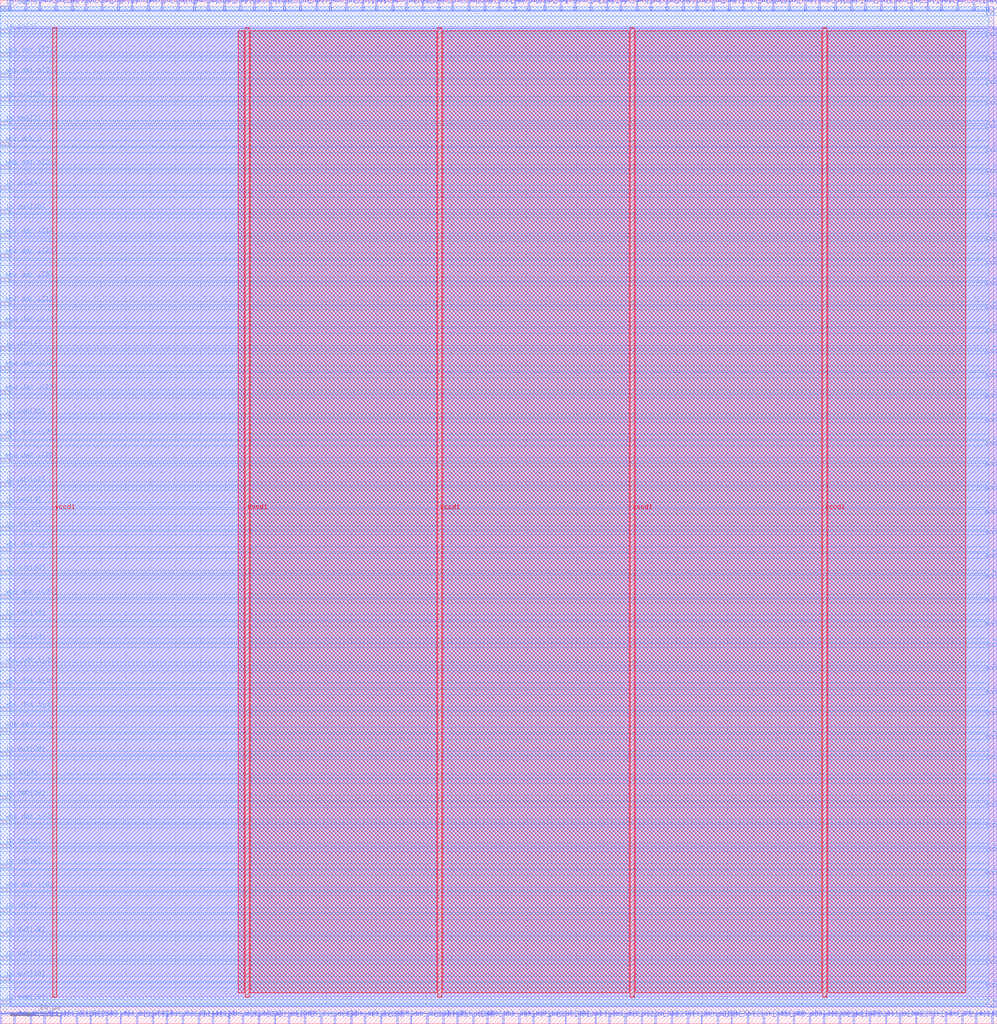
<source format=lef>
VERSION 5.7 ;
  NOWIREEXTENSIONATPIN ON ;
  DIVIDERCHAR "/" ;
  BUSBITCHARS "[]" ;
MACRO wrapped_spraid
  CLASS BLOCK ;
  FOREIGN wrapped_spraid ;
  ORIGIN 0.000 0.000 ;
  SIZE 397.755 BY 408.475 ;
  PIN active
    DIRECTION INPUT ;
    USE SIGNAL ;
    PORT
      LAYER met2 ;
        RECT 52.390 404.475 52.950 408.475 ;
    END
  END active
  PIN io_in[0]
    DIRECTION INPUT ;
    USE SIGNAL ;
    PORT
      LAYER met3 ;
        RECT 393.755 69.100 397.755 70.300 ;
    END
  END io_in[0]
  PIN io_in[10]
    DIRECTION INPUT ;
    USE SIGNAL ;
    PORT
      LAYER met2 ;
        RECT 255.710 0.000 256.270 4.000 ;
    END
  END io_in[10]
  PIN io_in[11]
    DIRECTION INPUT ;
    USE SIGNAL ;
    PORT
      LAYER met2 ;
        RECT 267.670 0.000 268.230 4.000 ;
    END
  END io_in[11]
  PIN io_in[12]
    DIRECTION INPUT ;
    USE SIGNAL ;
    PORT
      LAYER met2 ;
        RECT 79.070 0.000 79.630 4.000 ;
    END
  END io_in[12]
  PIN io_in[13]
    DIRECTION INPUT ;
    USE SIGNAL ;
    PORT
      LAYER met2 ;
        RECT 395.550 0.000 396.110 4.000 ;
    END
  END io_in[13]
  PIN io_in[14]
    DIRECTION INPUT ;
    USE SIGNAL ;
    PORT
      LAYER met2 ;
        RECT 383.590 0.000 384.150 4.000 ;
    END
  END io_in[14]
  PIN io_in[15]
    DIRECTION INPUT ;
    USE SIGNAL ;
    PORT
      LAYER met2 ;
        RECT 127.830 0.000 128.390 4.000 ;
    END
  END io_in[15]
  PIN io_in[16]
    DIRECTION INPUT ;
    USE SIGNAL ;
    PORT
      LAYER met3 ;
        RECT 0.000 70.460 4.000 71.660 ;
    END
  END io_in[16]
  PIN io_in[17]
    DIRECTION INPUT ;
    USE SIGNAL ;
    PORT
      LAYER met3 ;
        RECT 393.755 168.380 397.755 169.580 ;
    END
  END io_in[17]
  PIN io_in[18]
    DIRECTION INPUT ;
    USE SIGNAL ;
    PORT
      LAYER met3 ;
        RECT 393.755 105.820 397.755 107.020 ;
    END
  END io_in[18]
  PIN io_in[19]
    DIRECTION INPUT ;
    USE SIGNAL ;
    PORT
      LAYER met2 ;
        RECT 279.630 0.000 280.190 4.000 ;
    END
  END io_in[19]
  PIN io_in[1]
    DIRECTION INPUT ;
    USE SIGNAL ;
    PORT
      LAYER met2 ;
        RECT 161.870 404.475 162.430 408.475 ;
    END
  END io_in[1]
  PIN io_in[20]
    DIRECTION INPUT ;
    USE SIGNAL ;
    PORT
      LAYER met2 ;
        RECT 353.230 0.000 353.790 4.000 ;
    END
  END io_in[20]
  PIN io_in[21]
    DIRECTION INPUT ;
    USE SIGNAL ;
    PORT
      LAYER met3 ;
        RECT 393.755 275.820 397.755 277.020 ;
    END
  END io_in[21]
  PIN io_in[22]
    DIRECTION INPUT ;
    USE SIGNAL ;
    PORT
      LAYER met2 ;
        RECT 101.150 404.475 101.710 408.475 ;
    END
  END io_in[22]
  PIN io_in[23]
    DIRECTION INPUT ;
    USE SIGNAL ;
    PORT
      LAYER met2 ;
        RECT 344.950 404.475 345.510 408.475 ;
    END
  END io_in[23]
  PIN io_in[24]
    DIRECTION INPUT ;
    USE SIGNAL ;
    PORT
      LAYER met3 ;
        RECT 0.000 332.940 4.000 334.140 ;
    END
  END io_in[24]
  PIN io_in[25]
    DIRECTION INPUT ;
    USE SIGNAL ;
    PORT
      LAYER met2 ;
        RECT 369.790 404.475 370.350 408.475 ;
    END
  END io_in[25]
  PIN io_in[26]
    DIRECTION INPUT ;
    USE SIGNAL ;
    PORT
      LAYER met2 ;
        RECT 217.070 404.475 217.630 408.475 ;
    END
  END io_in[26]
  PIN io_in[27]
    DIRECTION INPUT ;
    USE SIGNAL ;
    PORT
      LAYER met2 ;
        RECT 261.230 0.000 261.790 4.000 ;
    END
  END io_in[27]
  PIN io_in[28]
    DIRECTION INPUT ;
    USE SIGNAL ;
    PORT
      LAYER met3 ;
        RECT 0.000 62.300 4.000 63.500 ;
    END
  END io_in[28]
  PIN io_in[29]
    DIRECTION INPUT ;
    USE SIGNAL ;
    PORT
      LAYER met2 ;
        RECT 225.350 0.000 225.910 4.000 ;
    END
  END io_in[29]
  PIN io_in[2]
    DIRECTION INPUT ;
    USE SIGNAL ;
    PORT
      LAYER met2 ;
        RECT 119.550 404.475 120.110 408.475 ;
    END
  END io_in[2]
  PIN io_in[30]
    DIRECTION INPUT ;
    USE SIGNAL ;
    PORT
      LAYER met2 ;
        RECT 64.350 404.475 64.910 408.475 ;
    END
  END io_in[30]
  PIN io_in[31]
    DIRECTION INPUT ;
    USE SIGNAL ;
    PORT
      LAYER met2 ;
        RECT 144.390 404.475 144.950 408.475 ;
    END
  END io_in[31]
  PIN io_in[32]
    DIRECTION INPUT ;
    USE SIGNAL ;
    PORT
      LAYER met3 ;
        RECT 0.000 196.940 4.000 198.140 ;
    END
  END io_in[32]
  PIN io_in[33]
    DIRECTION INPUT ;
    USE SIGNAL ;
    PORT
      LAYER met2 ;
        RECT 358.750 0.000 359.310 4.000 ;
    END
  END io_in[33]
  PIN io_in[34]
    DIRECTION INPUT ;
    USE SIGNAL ;
    PORT
      LAYER met2 ;
        RECT 182.110 0.000 182.670 4.000 ;
    END
  END io_in[34]
  PIN io_in[35]
    DIRECTION INPUT ;
    USE SIGNAL ;
    PORT
      LAYER met3 ;
        RECT 393.755 86.780 397.755 87.980 ;
    END
  END io_in[35]
  PIN io_in[36]
    DIRECTION INPUT ;
    USE SIGNAL ;
    PORT
      LAYER met2 ;
        RECT 22.030 404.475 22.590 408.475 ;
    END
  END io_in[36]
  PIN io_in[37]
    DIRECTION INPUT ;
    USE SIGNAL ;
    PORT
      LAYER met3 ;
        RECT 393.755 249.980 397.755 251.180 ;
    END
  END io_in[37]
  PIN io_in[3]
    DIRECTION INPUT ;
    USE SIGNAL ;
    PORT
      LAYER met2 ;
        RECT 291.590 0.000 292.150 4.000 ;
    END
  END io_in[3]
  PIN io_in[4]
    DIRECTION INPUT ;
    USE SIGNAL ;
    PORT
      LAYER met3 ;
        RECT 0.000 395.500 4.000 396.700 ;
    END
  END io_in[4]
  PIN io_in[5]
    DIRECTION INPUT ;
    USE SIGNAL ;
    PORT
      LAYER met2 ;
        RECT 114.950 0.000 115.510 4.000 ;
    END
  END io_in[5]
  PIN io_in[6]
    DIRECTION INPUT ;
    USE SIGNAL ;
    PORT
      LAYER met2 ;
        RECT 151.750 0.000 152.310 4.000 ;
    END
  END io_in[6]
  PIN io_in[7]
    DIRECTION INPUT ;
    USE SIGNAL ;
    PORT
      LAYER met2 ;
        RECT 286.070 0.000 286.630 4.000 ;
    END
  END io_in[7]
  PIN io_in[8]
    DIRECTION INPUT ;
    USE SIGNAL ;
    PORT
      LAYER met3 ;
        RECT 0.000 97.660 4.000 98.860 ;
    END
  END io_in[8]
  PIN io_in[9]
    DIRECTION INPUT ;
    USE SIGNAL ;
    PORT
      LAYER met3 ;
        RECT 0.000 44.620 4.000 45.820 ;
    END
  END io_in[9]
  PIN io_oeb[0]
    DIRECTION OUTPUT TRISTATE ;
    USE SIGNAL ;
    PORT
      LAYER met2 ;
        RECT 230.870 0.000 231.430 4.000 ;
    END
  END io_oeb[0]
  PIN io_oeb[10]
    DIRECTION OUTPUT TRISTATE ;
    USE SIGNAL ;
    PORT
      LAYER met2 ;
        RECT 302.630 404.475 303.190 408.475 ;
    END
  END io_oeb[10]
  PIN io_oeb[11]
    DIRECTION OUTPUT TRISTATE ;
    USE SIGNAL ;
    PORT
      LAYER met2 ;
        RECT 304.470 0.000 305.030 4.000 ;
    END
  END io_oeb[11]
  PIN io_oeb[12]
    DIRECTION OUTPUT TRISTATE ;
    USE SIGNAL ;
    PORT
      LAYER met2 ;
        RECT 314.590 404.475 315.150 408.475 ;
    END
  END io_oeb[12]
  PIN io_oeb[13]
    DIRECTION OUTPUT TRISTATE ;
    USE SIGNAL ;
    PORT
      LAYER met3 ;
        RECT 393.755 213.260 397.755 214.460 ;
    END
  END io_oeb[13]
  PIN io_oeb[14]
    DIRECTION OUTPUT TRISTATE ;
    USE SIGNAL ;
    PORT
      LAYER met3 ;
        RECT 393.755 312.540 397.755 313.740 ;
    END
  END io_oeb[14]
  PIN io_oeb[15]
    DIRECTION OUTPUT TRISTATE ;
    USE SIGNAL ;
    PORT
      LAYER met3 ;
        RECT 393.755 203.740 397.755 204.940 ;
    END
  END io_oeb[15]
  PIN io_oeb[16]
    DIRECTION OUTPUT TRISTATE ;
    USE SIGNAL ;
    PORT
      LAYER met3 ;
        RECT 0.000 161.580 4.000 162.780 ;
    END
  END io_oeb[16]
  PIN io_oeb[17]
    DIRECTION OUTPUT TRISTATE ;
    USE SIGNAL ;
    PORT
      LAYER met2 ;
        RECT 170.150 0.000 170.710 4.000 ;
    END
  END io_oeb[17]
  PIN io_oeb[18]
    DIRECTION OUTPUT TRISTATE ;
    USE SIGNAL ;
    PORT
      LAYER met2 ;
        RECT 363.350 404.475 363.910 408.475 ;
    END
  END io_oeb[18]
  PIN io_oeb[19]
    DIRECTION OUTPUT TRISTATE ;
    USE SIGNAL ;
    PORT
      LAYER met3 ;
        RECT 0.000 89.500 4.000 90.700 ;
    END
  END io_oeb[19]
  PIN io_oeb[1]
    DIRECTION OUTPUT TRISTATE ;
    USE SIGNAL ;
    PORT
      LAYER met2 ;
        RECT 365.190 0.000 365.750 4.000 ;
    END
  END io_oeb[1]
  PIN io_oeb[20]
    DIRECTION OUTPUT TRISTATE ;
    USE SIGNAL ;
    PORT
      LAYER met3 ;
        RECT 0.000 7.900 4.000 9.100 ;
    END
  END io_oeb[20]
  PIN io_oeb[21]
    DIRECTION OUTPUT TRISTATE ;
    USE SIGNAL ;
    PORT
      LAYER met2 ;
        RECT 96.550 0.000 97.110 4.000 ;
    END
  END io_oeb[21]
  PIN io_oeb[22]
    DIRECTION OUTPUT TRISTATE ;
    USE SIGNAL ;
    PORT
      LAYER met3 ;
        RECT 393.755 366.940 397.755 368.140 ;
    END
  END io_oeb[22]
  PIN io_oeb[23]
    DIRECTION OUTPUT TRISTATE ;
    USE SIGNAL ;
    PORT
      LAYER met2 ;
        RECT 332.990 404.475 333.550 408.475 ;
    END
  END io_oeb[23]
  PIN io_oeb[24]
    DIRECTION OUTPUT TRISTATE ;
    USE SIGNAL ;
    PORT
      LAYER met2 ;
        RECT 30.310 0.000 30.870 4.000 ;
    END
  END io_oeb[24]
  PIN io_oeb[25]
    DIRECTION OUTPUT TRISTATE ;
    USE SIGNAL ;
    PORT
      LAYER met2 ;
        RECT 109.430 0.000 109.990 4.000 ;
    END
  END io_oeb[25]
  PIN io_oeb[26]
    DIRECTION OUTPUT TRISTATE ;
    USE SIGNAL ;
    PORT
      LAYER met3 ;
        RECT 393.755 195.580 397.755 196.780 ;
    END
  END io_oeb[26]
  PIN io_oeb[27]
    DIRECTION OUTPUT TRISTATE ;
    USE SIGNAL ;
    PORT
      LAYER met2 ;
        RECT 218.910 0.000 219.470 4.000 ;
    END
  END io_oeb[27]
  PIN io_oeb[28]
    DIRECTION OUTPUT TRISTATE ;
    USE SIGNAL ;
    PORT
      LAYER met3 ;
        RECT 0.000 152.060 4.000 153.260 ;
    END
  END io_oeb[28]
  PIN io_oeb[29]
    DIRECTION OUTPUT TRISTATE ;
    USE SIGNAL ;
    PORT
      LAYER met2 ;
        RECT 210.630 404.475 211.190 408.475 ;
    END
  END io_oeb[29]
  PIN io_oeb[2]
    DIRECTION OUTPUT TRISTATE ;
    USE SIGNAL ;
    PORT
      LAYER met3 ;
        RECT 0.000 358.780 4.000 359.980 ;
    END
  END io_oeb[2]
  PIN io_oeb[30]
    DIRECTION OUTPUT TRISTATE ;
    USE SIGNAL ;
    PORT
      LAYER met2 ;
        RECT 82.750 404.475 83.310 408.475 ;
    END
  END io_oeb[30]
  PIN io_oeb[31]
    DIRECTION OUTPUT TRISTATE ;
    USE SIGNAL ;
    PORT
      LAYER met2 ;
        RECT 388.190 404.475 388.750 408.475 ;
    END
  END io_oeb[31]
  PIN io_oeb[32]
    DIRECTION OUTPUT TRISTATE ;
    USE SIGNAL ;
    PORT
      LAYER met2 ;
        RECT 247.430 404.475 247.990 408.475 ;
    END
  END io_oeb[32]
  PIN io_oeb[33]
    DIRECTION OUTPUT TRISTATE ;
    USE SIGNAL ;
    PORT
      LAYER met3 ;
        RECT 393.755 339.740 397.755 340.940 ;
    END
  END io_oeb[33]
  PIN io_oeb[34]
    DIRECTION OUTPUT TRISTATE ;
    USE SIGNAL ;
    PORT
      LAYER met3 ;
        RECT 393.755 347.900 397.755 349.100 ;
    END
  END io_oeb[34]
  PIN io_oeb[35]
    DIRECTION OUTPUT TRISTATE ;
    USE SIGNAL ;
    PORT
      LAYER met3 ;
        RECT 0.000 241.820 4.000 243.020 ;
    END
  END io_oeb[35]
  PIN io_oeb[36]
    DIRECTION OUTPUT TRISTATE ;
    USE SIGNAL ;
    PORT
      LAYER met2 ;
        RECT 339.430 404.475 339.990 408.475 ;
    END
  END io_oeb[36]
  PIN io_oeb[37]
    DIRECTION OUTPUT TRISTATE ;
    USE SIGNAL ;
    PORT
      LAYER met3 ;
        RECT 393.755 230.940 397.755 232.140 ;
    END
  END io_oeb[37]
  PIN io_oeb[3]
    DIRECTION OUTPUT TRISTATE ;
    USE SIGNAL ;
    PORT
      LAYER met2 ;
        RECT 113.110 404.475 113.670 408.475 ;
    END
  END io_oeb[3]
  PIN io_oeb[4]
    DIRECTION OUTPUT TRISTATE ;
    USE SIGNAL ;
    PORT
      LAYER met3 ;
        RECT 393.755 59.580 397.755 60.780 ;
    END
  END io_oeb[4]
  PIN io_oeb[5]
    DIRECTION OUTPUT TRISTATE ;
    USE SIGNAL ;
    PORT
      LAYER met3 ;
        RECT 0.000 405.020 4.000 406.220 ;
    END
  END io_oeb[5]
  PIN io_oeb[6]
    DIRECTION OUTPUT TRISTATE ;
    USE SIGNAL ;
    PORT
      LAYER met2 ;
        RECT 89.190 404.475 89.750 408.475 ;
    END
  END io_oeb[6]
  PIN io_oeb[7]
    DIRECTION OUTPUT TRISTATE ;
    USE SIGNAL ;
    PORT
      LAYER met3 ;
        RECT 393.755 375.100 397.755 376.300 ;
    END
  END io_oeb[7]
  PIN io_oeb[8]
    DIRECTION OUTPUT TRISTATE ;
    USE SIGNAL ;
    PORT
      LAYER met3 ;
        RECT 393.755 158.860 397.755 160.060 ;
    END
  END io_oeb[8]
  PIN io_oeb[9]
    DIRECTION OUTPUT TRISTATE ;
    USE SIGNAL ;
    PORT
      LAYER met3 ;
        RECT 0.000 206.460 4.000 207.660 ;
    END
  END io_oeb[9]
  PIN io_out[0]
    DIRECTION OUTPUT TRISTATE ;
    USE SIGNAL ;
    PORT
      LAYER met2 ;
        RECT 33.990 404.475 34.550 408.475 ;
    END
  END io_out[0]
  PIN io_out[10]
    DIRECTION OUTPUT TRISTATE ;
    USE SIGNAL ;
    PORT
      LAYER met3 ;
        RECT 0.000 17.420 4.000 18.620 ;
    END
  END io_out[10]
  PIN io_out[11]
    DIRECTION OUTPUT TRISTATE ;
    USE SIGNAL ;
    PORT
      LAYER met2 ;
        RECT 188.550 0.000 189.110 4.000 ;
    END
  END io_out[11]
  PIN io_out[12]
    DIRECTION OUTPUT TRISTATE ;
    USE SIGNAL ;
    PORT
      LAYER met3 ;
        RECT 0.000 214.620 4.000 215.820 ;
    END
  END io_out[12]
  PIN io_out[13]
    DIRECTION OUTPUT TRISTATE ;
    USE SIGNAL ;
    PORT
      LAYER met2 ;
        RECT 265.830 404.475 266.390 408.475 ;
    END
  END io_out[13]
  PIN io_out[14]
    DIRECTION OUTPUT TRISTATE ;
    USE SIGNAL ;
    PORT
      LAYER met2 ;
        RECT 393.710 404.475 394.270 408.475 ;
    END
  END io_out[14]
  PIN io_out[15]
    DIRECTION OUTPUT TRISTATE ;
    USE SIGNAL ;
    PORT
      LAYER met3 ;
        RECT 0.000 323.420 4.000 324.620 ;
    END
  END io_out[15]
  PIN io_out[16]
    DIRECTION OUTPUT TRISTATE ;
    USE SIGNAL ;
    PORT
      LAYER met2 ;
        RECT 35.830 0.000 36.390 4.000 ;
    END
  END io_out[16]
  PIN io_out[17]
    DIRECTION OUTPUT TRISTATE ;
    USE SIGNAL ;
    PORT
      LAYER met2 ;
        RECT 180.270 404.475 180.830 408.475 ;
    END
  END io_out[17]
  PIN io_out[18]
    DIRECTION OUTPUT TRISTATE ;
    USE SIGNAL ;
    PORT
      LAYER met3 ;
        RECT 393.755 33.740 397.755 34.940 ;
    END
  END io_out[18]
  PIN io_out[19]
    DIRECTION OUTPUT TRISTATE ;
    USE SIGNAL ;
    PORT
      LAYER met2 ;
        RECT 351.390 404.475 351.950 408.475 ;
    END
  END io_out[19]
  PIN io_out[1]
    DIRECTION OUTPUT TRISTATE ;
    USE SIGNAL ;
    PORT
      LAYER met3 ;
        RECT 0.000 25.580 4.000 26.780 ;
    END
  END io_out[1]
  PIN io_out[20]
    DIRECTION OUTPUT TRISTATE ;
    USE SIGNAL ;
    PORT
      LAYER met3 ;
        RECT 0.000 179.260 4.000 180.460 ;
    END
  END io_out[20]
  PIN io_out[21]
    DIRECTION OUTPUT TRISTATE ;
    USE SIGNAL ;
    PORT
      LAYER met2 ;
        RECT 298.030 0.000 298.590 4.000 ;
    END
  END io_out[21]
  PIN io_out[22]
    DIRECTION OUTPUT TRISTATE ;
    USE SIGNAL ;
    PORT
      LAYER met2 ;
        RECT 381.750 404.475 382.310 408.475 ;
    END
  END io_out[22]
  PIN io_out[23]
    DIRECTION OUTPUT TRISTATE ;
    USE SIGNAL ;
    PORT
      LAYER met2 ;
        RECT 284.230 404.475 284.790 408.475 ;
    END
  END io_out[23]
  PIN io_out[24]
    DIRECTION OUTPUT TRISTATE ;
    USE SIGNAL ;
    PORT
      LAYER met3 ;
        RECT 393.755 222.780 397.755 223.980 ;
    END
  END io_out[24]
  PIN io_out[25]
    DIRECTION OUTPUT TRISTATE ;
    USE SIGNAL ;
    PORT
      LAYER met3 ;
        RECT 0.000 368.300 4.000 369.500 ;
    END
  END io_out[25]
  PIN io_out[26]
    DIRECTION OUTPUT TRISTATE ;
    USE SIGNAL ;
    PORT
      LAYER met2 ;
        RECT 340.350 0.000 340.910 4.000 ;
    END
  END io_out[26]
  PIN io_out[27]
    DIRECTION OUTPUT TRISTATE ;
    USE SIGNAL ;
    PORT
      LAYER met3 ;
        RECT 393.755 131.660 397.755 132.860 ;
    END
  END io_out[27]
  PIN io_out[28]
    DIRECTION OUTPUT TRISTATE ;
    USE SIGNAL ;
    PORT
      LAYER met2 ;
        RECT 259.390 404.475 259.950 408.475 ;
    END
  END io_out[28]
  PIN io_out[29]
    DIRECTION OUTPUT TRISTATE ;
    USE SIGNAL ;
    PORT
      LAYER met2 ;
        RECT 308.150 404.475 308.710 408.475 ;
    END
  END io_out[29]
  PIN io_out[2]
    DIRECTION OUTPUT TRISTATE ;
    USE SIGNAL ;
    PORT
      LAYER met3 ;
        RECT 393.755 78.620 397.755 79.820 ;
    END
  END io_out[2]
  PIN io_out[30]
    DIRECTION OUTPUT TRISTATE ;
    USE SIGNAL ;
    PORT
      LAYER met3 ;
        RECT 0.000 35.100 4.000 36.300 ;
    END
  END io_out[30]
  PIN io_out[31]
    DIRECTION OUTPUT TRISTATE ;
    USE SIGNAL ;
    PORT
      LAYER met2 ;
        RECT 277.790 404.475 278.350 408.475 ;
    END
  END io_out[31]
  PIN io_out[32]
    DIRECTION OUTPUT TRISTATE ;
    USE SIGNAL ;
    PORT
      LAYER met2 ;
        RECT 137.950 404.475 138.510 408.475 ;
    END
  END io_out[32]
  PIN io_out[33]
    DIRECTION OUTPUT TRISTATE ;
    USE SIGNAL ;
    PORT
      LAYER met2 ;
        RECT 193.150 404.475 193.710 408.475 ;
    END
  END io_out[33]
  PIN io_out[34]
    DIRECTION OUTPUT TRISTATE ;
    USE SIGNAL ;
    PORT
      LAYER met2 ;
        RECT 241.910 404.475 242.470 408.475 ;
    END
  END io_out[34]
  PIN io_out[35]
    DIRECTION OUTPUT TRISTATE ;
    USE SIGNAL ;
    PORT
      LAYER met2 ;
        RECT 334.830 0.000 335.390 4.000 ;
    END
  END io_out[35]
  PIN io_out[36]
    DIRECTION OUTPUT TRISTATE ;
    USE SIGNAL ;
    PORT
      LAYER met3 ;
        RECT 0.000 107.180 4.000 108.380 ;
    END
  END io_out[36]
  PIN io_out[37]
    DIRECTION OUTPUT TRISTATE ;
    USE SIGNAL ;
    PORT
      LAYER met2 ;
        RECT 371.630 0.000 372.190 4.000 ;
    END
  END io_out[37]
  PIN io_out[3]
    DIRECTION OUTPUT TRISTATE ;
    USE SIGNAL ;
    PORT
      LAYER met2 ;
        RECT 54.230 0.000 54.790 4.000 ;
    END
  END io_out[3]
  PIN io_out[4]
    DIRECTION OUTPUT TRISTATE ;
    USE SIGNAL ;
    PORT
      LAYER met3 ;
        RECT 0.000 269.020 4.000 270.220 ;
    END
  END io_out[4]
  PIN io_out[5]
    DIRECTION OUTPUT TRISTATE ;
    USE SIGNAL ;
    PORT
      LAYER met2 ;
        RECT 235.470 404.475 236.030 408.475 ;
    END
  END io_out[5]
  PIN io_out[6]
    DIRECTION OUTPUT TRISTATE ;
    USE SIGNAL ;
    PORT
      LAYER met3 ;
        RECT 393.755 141.180 397.755 142.380 ;
    END
  END io_out[6]
  PIN io_out[7]
    DIRECTION OUTPUT TRISTATE ;
    USE SIGNAL ;
    PORT
      LAYER met3 ;
        RECT 393.755 14.700 397.755 15.900 ;
    END
  END io_out[7]
  PIN io_out[8]
    DIRECTION OUTPUT TRISTATE ;
    USE SIGNAL ;
    PORT
      LAYER met2 ;
        RECT 40.430 404.475 40.990 408.475 ;
    END
  END io_out[8]
  PIN io_out[9]
    DIRECTION OUTPUT TRISTATE ;
    USE SIGNAL ;
    PORT
      LAYER met3 ;
        RECT 393.755 330.220 397.755 331.420 ;
    END
  END io_out[9]
  PIN vccd1
    DIRECTION INPUT ;
    USE POWER ;
    PORT
      LAYER met4 ;
        RECT 21.040 10.640 22.640 397.360 ;
    END
    PORT
      LAYER met4 ;
        RECT 174.640 10.640 176.240 397.360 ;
    END
    PORT
      LAYER met4 ;
        RECT 328.240 10.640 329.840 397.360 ;
    END
  END vccd1
  PIN vssd1
    DIRECTION INPUT ;
    USE GROUND ;
    PORT
      LAYER met4 ;
        RECT 97.840 10.640 99.440 397.360 ;
    END
    PORT
      LAYER met4 ;
        RECT 251.440 10.640 253.040 397.360 ;
    END
  END vssd1
  PIN wb_clk_i
    DIRECTION INPUT ;
    USE SIGNAL ;
    PORT
      LAYER met2 ;
        RECT 168.310 404.475 168.870 408.475 ;
    END
  END wb_clk_i
  PIN wb_rst_i
    DIRECTION INPUT ;
    USE SIGNAL ;
    PORT
      LAYER met3 ;
        RECT 393.755 394.140 397.755 395.340 ;
    END
  END wb_rst_i
  PIN wbs_ack_o
    DIRECTION OUTPUT TRISTATE ;
    USE SIGNAL ;
    PORT
      LAYER met3 ;
        RECT 0.000 350.620 4.000 351.820 ;
    END
  END wbs_ack_o
  PIN wbs_adr_i[0]
    DIRECTION INPUT ;
    USE SIGNAL ;
    PORT
      LAYER met3 ;
        RECT 393.755 240.460 397.755 241.660 ;
    END
  END wbs_adr_i[0]
  PIN wbs_adr_i[10]
    DIRECTION INPUT ;
    USE SIGNAL ;
    PORT
      LAYER met3 ;
        RECT 393.755 322.060 397.755 323.260 ;
    END
  END wbs_adr_i[10]
  PIN wbs_adr_i[11]
    DIRECTION INPUT ;
    USE SIGNAL ;
    PORT
      LAYER met3 ;
        RECT 0.000 286.700 4.000 287.900 ;
    END
  END wbs_adr_i[11]
  PIN wbs_adr_i[12]
    DIRECTION INPUT ;
    USE SIGNAL ;
    PORT
      LAYER met2 ;
        RECT 17.430 0.000 17.990 4.000 ;
    END
  END wbs_adr_i[12]
  PIN wbs_adr_i[13]
    DIRECTION INPUT ;
    USE SIGNAL ;
    PORT
      LAYER met2 ;
        RECT 133.350 0.000 133.910 4.000 ;
    END
  END wbs_adr_i[13]
  PIN wbs_adr_i[14]
    DIRECTION INPUT ;
    USE SIGNAL ;
    PORT
      LAYER met3 ;
        RECT 393.755 41.900 397.755 43.100 ;
    END
  END wbs_adr_i[14]
  PIN wbs_adr_i[15]
    DIRECTION INPUT ;
    USE SIGNAL ;
    PORT
      LAYER met2 ;
        RECT 229.030 404.475 229.590 408.475 ;
    END
  END wbs_adr_i[15]
  PIN wbs_adr_i[16]
    DIRECTION INPUT ;
    USE SIGNAL ;
    PORT
      LAYER met2 ;
        RECT 158.190 0.000 158.750 4.000 ;
    END
  END wbs_adr_i[16]
  PIN wbs_adr_i[17]
    DIRECTION INPUT ;
    USE SIGNAL ;
    PORT
      LAYER met3 ;
        RECT 393.755 6.540 397.755 7.740 ;
    END
  END wbs_adr_i[17]
  PIN wbs_adr_i[18]
    DIRECTION INPUT ;
    USE SIGNAL ;
    PORT
      LAYER met2 ;
        RECT 328.390 0.000 328.950 4.000 ;
    END
  END wbs_adr_i[18]
  PIN wbs_adr_i[19]
    DIRECTION INPUT ;
    USE SIGNAL ;
    PORT
      LAYER met2 ;
        RECT 15.590 404.475 16.150 408.475 ;
    END
  END wbs_adr_i[19]
  PIN wbs_adr_i[1]
    DIRECTION INPUT ;
    USE SIGNAL ;
    PORT
      LAYER met3 ;
        RECT 0.000 313.900 4.000 315.100 ;
    END
  END wbs_adr_i[1]
  PIN wbs_adr_i[20]
    DIRECTION INPUT ;
    USE SIGNAL ;
    PORT
      LAYER met3 ;
        RECT 393.755 186.060 397.755 187.260 ;
    END
  END wbs_adr_i[20]
  PIN wbs_adr_i[21]
    DIRECTION INPUT ;
    USE SIGNAL ;
    PORT
      LAYER met3 ;
        RECT 0.000 385.980 4.000 387.180 ;
    END
  END wbs_adr_i[21]
  PIN wbs_adr_i[22]
    DIRECTION INPUT ;
    USE SIGNAL ;
    PORT
      LAYER met3 ;
        RECT 0.000 169.740 4.000 170.940 ;
    END
  END wbs_adr_i[22]
  PIN wbs_adr_i[23]
    DIRECTION INPUT ;
    USE SIGNAL ;
    PORT
      LAYER met2 ;
        RECT 316.430 0.000 316.990 4.000 ;
    END
  END wbs_adr_i[23]
  PIN wbs_adr_i[24]
    DIRECTION INPUT ;
    USE SIGNAL ;
    PORT
      LAYER met2 ;
        RECT 156.350 404.475 156.910 408.475 ;
    END
  END wbs_adr_i[24]
  PIN wbs_adr_i[25]
    DIRECTION INPUT ;
    USE SIGNAL ;
    PORT
      LAYER met2 ;
        RECT 139.790 0.000 140.350 4.000 ;
    END
  END wbs_adr_i[25]
  PIN wbs_adr_i[26]
    DIRECTION INPUT ;
    USE SIGNAL ;
    PORT
      LAYER met3 ;
        RECT 0.000 233.660 4.000 234.860 ;
    END
  END wbs_adr_i[26]
  PIN wbs_adr_i[27]
    DIRECTION INPUT ;
    USE SIGNAL ;
    PORT
      LAYER met3 ;
        RECT 0.000 305.740 4.000 306.940 ;
    END
  END wbs_adr_i[27]
  PIN wbs_adr_i[28]
    DIRECTION INPUT ;
    USE SIGNAL ;
    PORT
      LAYER met3 ;
        RECT 0.000 142.540 4.000 143.740 ;
    END
  END wbs_adr_i[28]
  PIN wbs_adr_i[29]
    DIRECTION INPUT ;
    USE SIGNAL ;
    PORT
      LAYER met2 ;
        RECT 149.910 404.475 150.470 408.475 ;
    END
  END wbs_adr_i[29]
  PIN wbs_adr_i[2]
    DIRECTION INPUT ;
    USE SIGNAL ;
    PORT
      LAYER met2 ;
        RECT 102.990 0.000 103.550 4.000 ;
    END
  END wbs_adr_i[2]
  PIN wbs_adr_i[30]
    DIRECTION INPUT ;
    USE SIGNAL ;
    PORT
      LAYER met2 ;
        RECT 95.630 404.475 96.190 408.475 ;
    END
  END wbs_adr_i[30]
  PIN wbs_adr_i[31]
    DIRECTION INPUT ;
    USE SIGNAL ;
    PORT
      LAYER met2 ;
        RECT 377.150 0.000 377.710 4.000 ;
    END
  END wbs_adr_i[31]
  PIN wbs_adr_i[3]
    DIRECTION INPUT ;
    USE SIGNAL ;
    PORT
      LAYER met2 ;
        RECT 206.950 0.000 207.510 4.000 ;
    END
  END wbs_adr_i[3]
  PIN wbs_adr_i[4]
    DIRECTION INPUT ;
    USE SIGNAL ;
    PORT
      LAYER met3 ;
        RECT 393.755 303.020 397.755 304.220 ;
    END
  END wbs_adr_i[4]
  PIN wbs_adr_i[5]
    DIRECTION INPUT ;
    USE SIGNAL ;
    PORT
      LAYER met3 ;
        RECT 0.000 52.780 4.000 53.980 ;
    END
  END wbs_adr_i[5]
  PIN wbs_adr_i[6]
    DIRECTION INPUT ;
    USE SIGNAL ;
    PORT
      LAYER met2 ;
        RECT 84.590 0.000 85.150 4.000 ;
    END
  END wbs_adr_i[6]
  PIN wbs_adr_i[7]
    DIRECTION INPUT ;
    USE SIGNAL ;
    PORT
      LAYER met2 ;
        RECT 125.990 404.475 126.550 408.475 ;
    END
  END wbs_adr_i[7]
  PIN wbs_adr_i[8]
    DIRECTION INPUT ;
    USE SIGNAL ;
    PORT
      LAYER met2 ;
        RECT 274.110 0.000 274.670 4.000 ;
    END
  END wbs_adr_i[8]
  PIN wbs_adr_i[9]
    DIRECTION INPUT ;
    USE SIGNAL ;
    PORT
      LAYER met3 ;
        RECT 0.000 296.220 4.000 297.420 ;
    END
  END wbs_adr_i[9]
  PIN wbs_cyc_i
    DIRECTION INPUT ;
    USE SIGNAL ;
    PORT
      LAYER met2 ;
        RECT 326.550 404.475 327.110 408.475 ;
    END
  END wbs_cyc_i
  PIN wbs_dat_i[0]
    DIRECTION INPUT ;
    USE SIGNAL ;
    PORT
      LAYER met2 ;
        RECT 58.830 404.475 59.390 408.475 ;
    END
  END wbs_dat_i[0]
  PIN wbs_dat_i[10]
    DIRECTION INPUT ;
    USE SIGNAL ;
    PORT
      LAYER met2 ;
        RECT 131.510 404.475 132.070 408.475 ;
    END
  END wbs_dat_i[10]
  PIN wbs_dat_i[11]
    DIRECTION INPUT ;
    USE SIGNAL ;
    PORT
      LAYER met2 ;
        RECT 186.710 404.475 187.270 408.475 ;
    END
  END wbs_dat_i[11]
  PIN wbs_dat_i[12]
    DIRECTION INPUT ;
    USE SIGNAL ;
    PORT
      LAYER met2 ;
        RECT 174.750 404.475 175.310 408.475 ;
    END
  END wbs_dat_i[12]
  PIN wbs_dat_i[13]
    DIRECTION INPUT ;
    USE SIGNAL ;
    PORT
      LAYER met2 ;
        RECT 11.910 0.000 12.470 4.000 ;
    END
  END wbs_dat_i[13]
  PIN wbs_dat_i[14]
    DIRECTION INPUT ;
    USE SIGNAL ;
    PORT
      LAYER met2 ;
        RECT 60.670 0.000 61.230 4.000 ;
    END
  END wbs_dat_i[14]
  PIN wbs_dat_i[15]
    DIRECTION INPUT ;
    USE SIGNAL ;
    PORT
      LAYER met3 ;
        RECT 0.000 134.380 4.000 135.580 ;
    END
  END wbs_dat_i[15]
  PIN wbs_dat_i[16]
    DIRECTION INPUT ;
    USE SIGNAL ;
    PORT
      LAYER met2 ;
        RECT 163.710 0.000 164.270 4.000 ;
    END
  END wbs_dat_i[16]
  PIN wbs_dat_i[17]
    DIRECTION INPUT ;
    USE SIGNAL ;
    PORT
      LAYER met3 ;
        RECT 393.755 384.620 397.755 385.820 ;
    END
  END wbs_dat_i[17]
  PIN wbs_dat_i[18]
    DIRECTION INPUT ;
    USE SIGNAL ;
    PORT
      LAYER met2 ;
        RECT 70.790 404.475 71.350 408.475 ;
    END
  END wbs_dat_i[18]
  PIN wbs_dat_i[19]
    DIRECTION INPUT ;
    USE SIGNAL ;
    PORT
      LAYER met2 ;
        RECT 223.510 404.475 224.070 408.475 ;
    END
  END wbs_dat_i[19]
  PIN wbs_dat_i[1]
    DIRECTION INPUT ;
    USE SIGNAL ;
    PORT
      LAYER met2 ;
        RECT 42.270 0.000 42.830 4.000 ;
    END
  END wbs_dat_i[1]
  PIN wbs_dat_i[20]
    DIRECTION INPUT ;
    USE SIGNAL ;
    PORT
      LAYER met3 ;
        RECT 393.755 96.300 397.755 97.500 ;
    END
  END wbs_dat_i[20]
  PIN wbs_dat_i[21]
    DIRECTION INPUT ;
    USE SIGNAL ;
    PORT
      LAYER met3 ;
        RECT 393.755 285.340 397.755 286.540 ;
    END
  END wbs_dat_i[21]
  PIN wbs_dat_i[22]
    DIRECTION INPUT ;
    USE SIGNAL ;
    PORT
      LAYER met3 ;
        RECT 0.000 224.140 4.000 225.340 ;
    END
  END wbs_dat_i[22]
  PIN wbs_dat_i[23]
    DIRECTION INPUT ;
    USE SIGNAL ;
    PORT
      LAYER met3 ;
        RECT 393.755 177.900 397.755 179.100 ;
    END
  END wbs_dat_i[23]
  PIN wbs_dat_i[24]
    DIRECTION INPUT ;
    USE SIGNAL ;
    PORT
      LAYER met2 ;
        RECT 10.070 404.475 10.630 408.475 ;
    END
  END wbs_dat_i[24]
  PIN wbs_dat_i[25]
    DIRECTION INPUT ;
    USE SIGNAL ;
    PORT
      LAYER met3 ;
        RECT 0.000 79.980 4.000 81.180 ;
    END
  END wbs_dat_i[25]
  PIN wbs_dat_i[26]
    DIRECTION INPUT ;
    USE SIGNAL ;
    PORT
      LAYER met3 ;
        RECT 393.755 357.420 397.755 358.620 ;
    END
  END wbs_dat_i[26]
  PIN wbs_dat_i[27]
    DIRECTION INPUT ;
    USE SIGNAL ;
    PORT
      LAYER met2 ;
        RECT 253.870 404.475 254.430 408.475 ;
    END
  END wbs_dat_i[27]
  PIN wbs_dat_i[28]
    DIRECTION INPUT ;
    USE SIGNAL ;
    PORT
      LAYER met2 ;
        RECT 91.030 0.000 91.590 4.000 ;
    END
  END wbs_dat_i[28]
  PIN wbs_dat_i[29]
    DIRECTION INPUT ;
    USE SIGNAL ;
    PORT
      LAYER met3 ;
        RECT 393.755 113.980 397.755 115.180 ;
    END
  END wbs_dat_i[29]
  PIN wbs_dat_i[2]
    DIRECTION INPUT ;
    USE SIGNAL ;
    PORT
      LAYER met2 ;
        RECT 242.830 0.000 243.390 4.000 ;
    END
  END wbs_dat_i[2]
  PIN wbs_dat_i[30]
    DIRECTION INPUT ;
    USE SIGNAL ;
    PORT
      LAYER met2 ;
        RECT 389.110 0.000 389.670 4.000 ;
    END
  END wbs_dat_i[30]
  PIN wbs_dat_i[31]
    DIRECTION INPUT ;
    USE SIGNAL ;
    PORT
      LAYER met2 ;
        RECT 28.470 404.475 29.030 408.475 ;
    END
  END wbs_dat_i[31]
  PIN wbs_dat_i[3]
    DIRECTION INPUT ;
    USE SIGNAL ;
    PORT
      LAYER met2 ;
        RECT 309.990 0.000 310.550 4.000 ;
    END
  END wbs_dat_i[3]
  PIN wbs_dat_i[4]
    DIRECTION INPUT ;
    USE SIGNAL ;
    PORT
      LAYER met2 ;
        RECT 47.790 0.000 48.350 4.000 ;
    END
  END wbs_dat_i[4]
  PIN wbs_dat_i[5]
    DIRECTION INPUT ;
    USE SIGNAL ;
    PORT
      LAYER met2 ;
        RECT 145.310 0.000 145.870 4.000 ;
    END
  END wbs_dat_i[5]
  PIN wbs_dat_i[6]
    DIRECTION INPUT ;
    USE SIGNAL ;
    PORT
      LAYER met3 ;
        RECT 393.755 51.420 397.755 52.620 ;
    END
  END wbs_dat_i[6]
  PIN wbs_dat_i[7]
    DIRECTION INPUT ;
    USE SIGNAL ;
    PORT
      LAYER met3 ;
        RECT 393.755 402.300 397.755 403.500 ;
    END
  END wbs_dat_i[7]
  PIN wbs_dat_i[8]
    DIRECTION INPUT ;
    USE SIGNAL ;
    PORT
      LAYER met3 ;
        RECT 0.000 124.860 4.000 126.060 ;
    END
  END wbs_dat_i[8]
  PIN wbs_dat_i[9]
    DIRECTION INPUT ;
    USE SIGNAL ;
    PORT
      LAYER met2 ;
        RECT 322.870 0.000 323.430 4.000 ;
    END
  END wbs_dat_i[9]
  PIN wbs_dat_o[0]
    DIRECTION OUTPUT TRISTATE ;
    USE SIGNAL ;
    PORT
      LAYER met3 ;
        RECT 0.000 188.780 4.000 189.980 ;
    END
  END wbs_dat_o[0]
  PIN wbs_dat_o[10]
    DIRECTION OUTPUT TRISTATE ;
    USE SIGNAL ;
    PORT
      LAYER met3 ;
        RECT 393.755 123.500 397.755 124.700 ;
    END
  END wbs_dat_o[10]
  PIN wbs_dat_o[11]
    DIRECTION OUTPUT TRISTATE ;
    USE SIGNAL ;
    PORT
      LAYER met2 ;
        RECT 5.470 0.000 6.030 4.000 ;
    END
  END wbs_dat_o[11]
  PIN wbs_dat_o[12]
    DIRECTION OUTPUT TRISTATE ;
    USE SIGNAL ;
    PORT
      LAYER met3 ;
        RECT 393.755 294.860 397.755 296.060 ;
    END
  END wbs_dat_o[12]
  PIN wbs_dat_o[13]
    DIRECTION OUTPUT TRISTATE ;
    USE SIGNAL ;
    PORT
      LAYER met2 ;
        RECT 375.310 404.475 375.870 408.475 ;
    END
  END wbs_dat_o[13]
  PIN wbs_dat_o[14]
    DIRECTION OUTPUT TRISTATE ;
    USE SIGNAL ;
    PORT
      LAYER met2 ;
        RECT 346.790 0.000 347.350 4.000 ;
    END
  END wbs_dat_o[14]
  PIN wbs_dat_o[15]
    DIRECTION OUTPUT TRISTATE ;
    USE SIGNAL ;
    PORT
      LAYER met2 ;
        RECT 356.910 404.475 357.470 408.475 ;
    END
  END wbs_dat_o[15]
  PIN wbs_dat_o[16]
    DIRECTION OUTPUT TRISTATE ;
    USE SIGNAL ;
    PORT
      LAYER met3 ;
        RECT 0.000 260.860 4.000 262.060 ;
    END
  END wbs_dat_o[16]
  PIN wbs_dat_o[17]
    DIRECTION OUTPUT TRISTATE ;
    USE SIGNAL ;
    PORT
      LAYER met3 ;
        RECT 0.000 278.540 4.000 279.740 ;
    END
  END wbs_dat_o[17]
  PIN wbs_dat_o[18]
    DIRECTION OUTPUT TRISTATE ;
    USE SIGNAL ;
    PORT
      LAYER met2 ;
        RECT 212.470 0.000 213.030 4.000 ;
    END
  END wbs_dat_o[18]
  PIN wbs_dat_o[19]
    DIRECTION OUTPUT TRISTATE ;
    USE SIGNAL ;
    PORT
      LAYER met2 ;
        RECT -0.050 0.000 0.510 4.000 ;
    END
  END wbs_dat_o[19]
  PIN wbs_dat_o[1]
    DIRECTION OUTPUT TRISTATE ;
    USE SIGNAL ;
    PORT
      LAYER met2 ;
        RECT 249.270 0.000 249.830 4.000 ;
    END
  END wbs_dat_o[1]
  PIN wbs_dat_o[20]
    DIRECTION OUTPUT TRISTATE ;
    USE SIGNAL ;
    PORT
      LAYER met3 ;
        RECT 0.000 341.100 4.000 342.300 ;
    END
  END wbs_dat_o[20]
  PIN wbs_dat_o[21]
    DIRECTION OUTPUT TRISTATE ;
    USE SIGNAL ;
    PORT
      LAYER met2 ;
        RECT 77.230 404.475 77.790 408.475 ;
    END
  END wbs_dat_o[21]
  PIN wbs_dat_o[22]
    DIRECTION OUTPUT TRISTATE ;
    USE SIGNAL ;
    PORT
      LAYER met2 ;
        RECT 205.110 404.475 205.670 408.475 ;
    END
  END wbs_dat_o[22]
  PIN wbs_dat_o[23]
    DIRECTION OUTPUT TRISTATE ;
    USE SIGNAL ;
    PORT
      LAYER met3 ;
        RECT 0.000 251.340 4.000 252.540 ;
    END
  END wbs_dat_o[23]
  PIN wbs_dat_o[24]
    DIRECTION OUTPUT TRISTATE ;
    USE SIGNAL ;
    PORT
      LAYER met2 ;
        RECT 66.190 0.000 66.750 4.000 ;
    END
  END wbs_dat_o[24]
  PIN wbs_dat_o[25]
    DIRECTION OUTPUT TRISTATE ;
    USE SIGNAL ;
    PORT
      LAYER met2 ;
        RECT 23.870 0.000 24.430 4.000 ;
    END
  END wbs_dat_o[25]
  PIN wbs_dat_o[26]
    DIRECTION OUTPUT TRISTATE ;
    USE SIGNAL ;
    PORT
      LAYER met2 ;
        RECT 272.270 404.475 272.830 408.475 ;
    END
  END wbs_dat_o[26]
  PIN wbs_dat_o[27]
    DIRECTION OUTPUT TRISTATE ;
    USE SIGNAL ;
    PORT
      LAYER met2 ;
        RECT 198.670 404.475 199.230 408.475 ;
    END
  END wbs_dat_o[27]
  PIN wbs_dat_o[28]
    DIRECTION OUTPUT TRISTATE ;
    USE SIGNAL ;
    PORT
      LAYER met2 ;
        RECT 176.590 0.000 177.150 4.000 ;
    END
  END wbs_dat_o[28]
  PIN wbs_dat_o[29]
    DIRECTION OUTPUT TRISTATE ;
    USE SIGNAL ;
    PORT
      LAYER met2 ;
        RECT 321.030 404.475 321.590 408.475 ;
    END
  END wbs_dat_o[29]
  PIN wbs_dat_o[2]
    DIRECTION OUTPUT TRISTATE ;
    USE SIGNAL ;
    PORT
      LAYER met3 ;
        RECT 393.755 24.220 397.755 25.420 ;
    END
  END wbs_dat_o[2]
  PIN wbs_dat_o[30]
    DIRECTION OUTPUT TRISTATE ;
    USE SIGNAL ;
    PORT
      LAYER met3 ;
        RECT 0.000 377.820 4.000 379.020 ;
    END
  END wbs_dat_o[30]
  PIN wbs_dat_o[31]
    DIRECTION OUTPUT TRISTATE ;
    USE SIGNAL ;
    PORT
      LAYER met3 ;
        RECT 393.755 267.660 397.755 268.860 ;
    END
  END wbs_dat_o[31]
  PIN wbs_dat_o[3]
    DIRECTION OUTPUT TRISTATE ;
    USE SIGNAL ;
    PORT
      LAYER met2 ;
        RECT 72.630 0.000 73.190 4.000 ;
    END
  END wbs_dat_o[3]
  PIN wbs_dat_o[4]
    DIRECTION OUTPUT TRISTATE ;
    USE SIGNAL ;
    PORT
      LAYER met2 ;
        RECT 121.390 0.000 121.950 4.000 ;
    END
  END wbs_dat_o[4]
  PIN wbs_dat_o[5]
    DIRECTION OUTPUT TRISTATE ;
    USE SIGNAL ;
    PORT
      LAYER met2 ;
        RECT 194.070 0.000 194.630 4.000 ;
    END
  END wbs_dat_o[5]
  PIN wbs_dat_o[6]
    DIRECTION OUTPUT TRISTATE ;
    USE SIGNAL ;
    PORT
      LAYER met3 ;
        RECT 393.755 258.140 397.755 259.340 ;
    END
  END wbs_dat_o[6]
  PIN wbs_dat_o[7]
    DIRECTION OUTPUT TRISTATE ;
    USE SIGNAL ;
    PORT
      LAYER met2 ;
        RECT 200.510 0.000 201.070 4.000 ;
    END
  END wbs_dat_o[7]
  PIN wbs_dat_o[8]
    DIRECTION OUTPUT TRISTATE ;
    USE SIGNAL ;
    PORT
      LAYER met2 ;
        RECT 296.190 404.475 296.750 408.475 ;
    END
  END wbs_dat_o[8]
  PIN wbs_dat_o[9]
    DIRECTION OUTPUT TRISTATE ;
    USE SIGNAL ;
    PORT
      LAYER met2 ;
        RECT 290.670 404.475 291.230 408.475 ;
    END
  END wbs_dat_o[9]
  PIN wbs_sel_i[0]
    DIRECTION INPUT ;
    USE SIGNAL ;
    PORT
      LAYER met2 ;
        RECT 46.870 404.475 47.430 408.475 ;
    END
  END wbs_sel_i[0]
  PIN wbs_sel_i[1]
    DIRECTION INPUT ;
    USE SIGNAL ;
    PORT
      LAYER met2 ;
        RECT 107.590 404.475 108.150 408.475 ;
    END
  END wbs_sel_i[1]
  PIN wbs_sel_i[2]
    DIRECTION INPUT ;
    USE SIGNAL ;
    PORT
      LAYER met2 ;
        RECT 237.310 0.000 237.870 4.000 ;
    END
  END wbs_sel_i[2]
  PIN wbs_sel_i[3]
    DIRECTION INPUT ;
    USE SIGNAL ;
    PORT
      LAYER met3 ;
        RECT 0.000 116.700 4.000 117.900 ;
    END
  END wbs_sel_i[3]
  PIN wbs_stb_i
    DIRECTION INPUT ;
    USE SIGNAL ;
    PORT
      LAYER met2 ;
        RECT 3.630 404.475 4.190 408.475 ;
    END
  END wbs_stb_i
  PIN wbs_we_i
    DIRECTION INPUT ;
    USE SIGNAL ;
    PORT
      LAYER met3 ;
        RECT 393.755 150.700 397.755 151.900 ;
    END
  END wbs_we_i
  OBS
      LAYER li1 ;
        RECT 5.520 10.795 397.755 397.205 ;
      LAYER met1 ;
        RECT 3.750 6.840 397.355 397.760 ;
      LAYER met2 ;
        RECT 0.090 404.195 3.350 405.805 ;
        RECT 4.470 404.195 9.790 405.805 ;
        RECT 10.910 404.195 15.310 405.805 ;
        RECT 16.430 404.195 21.750 405.805 ;
        RECT 22.870 404.195 28.190 405.805 ;
        RECT 29.310 404.195 33.710 405.805 ;
        RECT 34.830 404.195 40.150 405.805 ;
        RECT 41.270 404.195 46.590 405.805 ;
        RECT 47.710 404.195 52.110 405.805 ;
        RECT 53.230 404.195 58.550 405.805 ;
        RECT 59.670 404.195 64.070 405.805 ;
        RECT 65.190 404.195 70.510 405.805 ;
        RECT 71.630 404.195 76.950 405.805 ;
        RECT 78.070 404.195 82.470 405.805 ;
        RECT 83.590 404.195 88.910 405.805 ;
        RECT 90.030 404.195 95.350 405.805 ;
        RECT 96.470 404.195 100.870 405.805 ;
        RECT 101.990 404.195 107.310 405.805 ;
        RECT 108.430 404.195 112.830 405.805 ;
        RECT 113.950 404.195 119.270 405.805 ;
        RECT 120.390 404.195 125.710 405.805 ;
        RECT 126.830 404.195 131.230 405.805 ;
        RECT 132.350 404.195 137.670 405.805 ;
        RECT 138.790 404.195 144.110 405.805 ;
        RECT 145.230 404.195 149.630 405.805 ;
        RECT 150.750 404.195 156.070 405.805 ;
        RECT 157.190 404.195 161.590 405.805 ;
        RECT 162.710 404.195 168.030 405.805 ;
        RECT 169.150 404.195 174.470 405.805 ;
        RECT 175.590 404.195 179.990 405.805 ;
        RECT 181.110 404.195 186.430 405.805 ;
        RECT 187.550 404.195 192.870 405.805 ;
        RECT 193.990 404.195 198.390 405.805 ;
        RECT 199.510 404.195 204.830 405.805 ;
        RECT 205.950 404.195 210.350 405.805 ;
        RECT 211.470 404.195 216.790 405.805 ;
        RECT 217.910 404.195 223.230 405.805 ;
        RECT 224.350 404.195 228.750 405.805 ;
        RECT 229.870 404.195 235.190 405.805 ;
        RECT 236.310 404.195 241.630 405.805 ;
        RECT 242.750 404.195 247.150 405.805 ;
        RECT 248.270 404.195 253.590 405.805 ;
        RECT 254.710 404.195 259.110 405.805 ;
        RECT 260.230 404.195 265.550 405.805 ;
        RECT 266.670 404.195 271.990 405.805 ;
        RECT 273.110 404.195 277.510 405.805 ;
        RECT 278.630 404.195 283.950 405.805 ;
        RECT 285.070 404.195 290.390 405.805 ;
        RECT 291.510 404.195 295.910 405.805 ;
        RECT 297.030 404.195 302.350 405.805 ;
        RECT 303.470 404.195 307.870 405.805 ;
        RECT 308.990 404.195 314.310 405.805 ;
        RECT 315.430 404.195 320.750 405.805 ;
        RECT 321.870 404.195 326.270 405.805 ;
        RECT 327.390 404.195 332.710 405.805 ;
        RECT 333.830 404.195 339.150 405.805 ;
        RECT 340.270 404.195 344.670 405.805 ;
        RECT 345.790 404.195 351.110 405.805 ;
        RECT 352.230 404.195 356.630 405.805 ;
        RECT 357.750 404.195 363.070 405.805 ;
        RECT 364.190 404.195 369.510 405.805 ;
        RECT 370.630 404.195 375.030 405.805 ;
        RECT 376.150 404.195 381.470 405.805 ;
        RECT 382.590 404.195 387.910 405.805 ;
        RECT 389.030 404.195 393.430 405.805 ;
        RECT 394.550 404.195 396.420 405.805 ;
        RECT 0.090 4.280 396.420 404.195 ;
        RECT 0.790 4.000 5.190 4.280 ;
        RECT 6.310 4.000 11.630 4.280 ;
        RECT 12.750 4.000 17.150 4.280 ;
        RECT 18.270 4.000 23.590 4.280 ;
        RECT 24.710 4.000 30.030 4.280 ;
        RECT 31.150 4.000 35.550 4.280 ;
        RECT 36.670 4.000 41.990 4.280 ;
        RECT 43.110 4.000 47.510 4.280 ;
        RECT 48.630 4.000 53.950 4.280 ;
        RECT 55.070 4.000 60.390 4.280 ;
        RECT 61.510 4.000 65.910 4.280 ;
        RECT 67.030 4.000 72.350 4.280 ;
        RECT 73.470 4.000 78.790 4.280 ;
        RECT 79.910 4.000 84.310 4.280 ;
        RECT 85.430 4.000 90.750 4.280 ;
        RECT 91.870 4.000 96.270 4.280 ;
        RECT 97.390 4.000 102.710 4.280 ;
        RECT 103.830 4.000 109.150 4.280 ;
        RECT 110.270 4.000 114.670 4.280 ;
        RECT 115.790 4.000 121.110 4.280 ;
        RECT 122.230 4.000 127.550 4.280 ;
        RECT 128.670 4.000 133.070 4.280 ;
        RECT 134.190 4.000 139.510 4.280 ;
        RECT 140.630 4.000 145.030 4.280 ;
        RECT 146.150 4.000 151.470 4.280 ;
        RECT 152.590 4.000 157.910 4.280 ;
        RECT 159.030 4.000 163.430 4.280 ;
        RECT 164.550 4.000 169.870 4.280 ;
        RECT 170.990 4.000 176.310 4.280 ;
        RECT 177.430 4.000 181.830 4.280 ;
        RECT 182.950 4.000 188.270 4.280 ;
        RECT 189.390 4.000 193.790 4.280 ;
        RECT 194.910 4.000 200.230 4.280 ;
        RECT 201.350 4.000 206.670 4.280 ;
        RECT 207.790 4.000 212.190 4.280 ;
        RECT 213.310 4.000 218.630 4.280 ;
        RECT 219.750 4.000 225.070 4.280 ;
        RECT 226.190 4.000 230.590 4.280 ;
        RECT 231.710 4.000 237.030 4.280 ;
        RECT 238.150 4.000 242.550 4.280 ;
        RECT 243.670 4.000 248.990 4.280 ;
        RECT 250.110 4.000 255.430 4.280 ;
        RECT 256.550 4.000 260.950 4.280 ;
        RECT 262.070 4.000 267.390 4.280 ;
        RECT 268.510 4.000 273.830 4.280 ;
        RECT 274.950 4.000 279.350 4.280 ;
        RECT 280.470 4.000 285.790 4.280 ;
        RECT 286.910 4.000 291.310 4.280 ;
        RECT 292.430 4.000 297.750 4.280 ;
        RECT 298.870 4.000 304.190 4.280 ;
        RECT 305.310 4.000 309.710 4.280 ;
        RECT 310.830 4.000 316.150 4.280 ;
        RECT 317.270 4.000 322.590 4.280 ;
        RECT 323.710 4.000 328.110 4.280 ;
        RECT 329.230 4.000 334.550 4.280 ;
        RECT 335.670 4.000 340.070 4.280 ;
        RECT 341.190 4.000 346.510 4.280 ;
        RECT 347.630 4.000 352.950 4.280 ;
        RECT 354.070 4.000 358.470 4.280 ;
        RECT 359.590 4.000 364.910 4.280 ;
        RECT 366.030 4.000 371.350 4.280 ;
        RECT 372.470 4.000 376.870 4.280 ;
        RECT 377.990 4.000 383.310 4.280 ;
        RECT 384.430 4.000 388.830 4.280 ;
        RECT 389.950 4.000 395.270 4.280 ;
        RECT 396.390 4.000 396.420 4.280 ;
      LAYER met3 ;
        RECT 4.400 404.620 394.370 405.785 ;
        RECT 0.065 403.900 394.370 404.620 ;
        RECT 0.065 401.900 393.355 403.900 ;
        RECT 0.065 397.100 394.370 401.900 ;
        RECT 4.400 395.740 394.370 397.100 ;
        RECT 4.400 395.100 393.355 395.740 ;
        RECT 0.065 393.740 393.355 395.100 ;
        RECT 0.065 387.580 394.370 393.740 ;
        RECT 4.400 386.220 394.370 387.580 ;
        RECT 4.400 385.580 393.355 386.220 ;
        RECT 0.065 384.220 393.355 385.580 ;
        RECT 0.065 379.420 394.370 384.220 ;
        RECT 4.400 377.420 394.370 379.420 ;
        RECT 0.065 376.700 394.370 377.420 ;
        RECT 0.065 374.700 393.355 376.700 ;
        RECT 0.065 369.900 394.370 374.700 ;
        RECT 4.400 368.540 394.370 369.900 ;
        RECT 4.400 367.900 393.355 368.540 ;
        RECT 0.065 366.540 393.355 367.900 ;
        RECT 0.065 360.380 394.370 366.540 ;
        RECT 4.400 359.020 394.370 360.380 ;
        RECT 4.400 358.380 393.355 359.020 ;
        RECT 0.065 357.020 393.355 358.380 ;
        RECT 0.065 352.220 394.370 357.020 ;
        RECT 4.400 350.220 394.370 352.220 ;
        RECT 0.065 349.500 394.370 350.220 ;
        RECT 0.065 347.500 393.355 349.500 ;
        RECT 0.065 342.700 394.370 347.500 ;
        RECT 4.400 341.340 394.370 342.700 ;
        RECT 4.400 340.700 393.355 341.340 ;
        RECT 0.065 339.340 393.355 340.700 ;
        RECT 0.065 334.540 394.370 339.340 ;
        RECT 4.400 332.540 394.370 334.540 ;
        RECT 0.065 331.820 394.370 332.540 ;
        RECT 0.065 329.820 393.355 331.820 ;
        RECT 0.065 325.020 394.370 329.820 ;
        RECT 4.400 323.660 394.370 325.020 ;
        RECT 4.400 323.020 393.355 323.660 ;
        RECT 0.065 321.660 393.355 323.020 ;
        RECT 0.065 315.500 394.370 321.660 ;
        RECT 4.400 314.140 394.370 315.500 ;
        RECT 4.400 313.500 393.355 314.140 ;
        RECT 0.065 312.140 393.355 313.500 ;
        RECT 0.065 307.340 394.370 312.140 ;
        RECT 4.400 305.340 394.370 307.340 ;
        RECT 0.065 304.620 394.370 305.340 ;
        RECT 0.065 302.620 393.355 304.620 ;
        RECT 0.065 297.820 394.370 302.620 ;
        RECT 4.400 296.460 394.370 297.820 ;
        RECT 4.400 295.820 393.355 296.460 ;
        RECT 0.065 294.460 393.355 295.820 ;
        RECT 0.065 288.300 394.370 294.460 ;
        RECT 4.400 286.940 394.370 288.300 ;
        RECT 4.400 286.300 393.355 286.940 ;
        RECT 0.065 284.940 393.355 286.300 ;
        RECT 0.065 280.140 394.370 284.940 ;
        RECT 4.400 278.140 394.370 280.140 ;
        RECT 0.065 277.420 394.370 278.140 ;
        RECT 0.065 275.420 393.355 277.420 ;
        RECT 0.065 270.620 394.370 275.420 ;
        RECT 4.400 269.260 394.370 270.620 ;
        RECT 4.400 268.620 393.355 269.260 ;
        RECT 0.065 267.260 393.355 268.620 ;
        RECT 0.065 262.460 394.370 267.260 ;
        RECT 4.400 260.460 394.370 262.460 ;
        RECT 0.065 259.740 394.370 260.460 ;
        RECT 0.065 257.740 393.355 259.740 ;
        RECT 0.065 252.940 394.370 257.740 ;
        RECT 4.400 251.580 394.370 252.940 ;
        RECT 4.400 250.940 393.355 251.580 ;
        RECT 0.065 249.580 393.355 250.940 ;
        RECT 0.065 243.420 394.370 249.580 ;
        RECT 4.400 242.060 394.370 243.420 ;
        RECT 4.400 241.420 393.355 242.060 ;
        RECT 0.065 240.060 393.355 241.420 ;
        RECT 0.065 235.260 394.370 240.060 ;
        RECT 4.400 233.260 394.370 235.260 ;
        RECT 0.065 232.540 394.370 233.260 ;
        RECT 0.065 230.540 393.355 232.540 ;
        RECT 0.065 225.740 394.370 230.540 ;
        RECT 4.400 224.380 394.370 225.740 ;
        RECT 4.400 223.740 393.355 224.380 ;
        RECT 0.065 222.380 393.355 223.740 ;
        RECT 0.065 216.220 394.370 222.380 ;
        RECT 4.400 214.860 394.370 216.220 ;
        RECT 4.400 214.220 393.355 214.860 ;
        RECT 0.065 212.860 393.355 214.220 ;
        RECT 0.065 208.060 394.370 212.860 ;
        RECT 4.400 206.060 394.370 208.060 ;
        RECT 0.065 205.340 394.370 206.060 ;
        RECT 0.065 203.340 393.355 205.340 ;
        RECT 0.065 198.540 394.370 203.340 ;
        RECT 4.400 197.180 394.370 198.540 ;
        RECT 4.400 196.540 393.355 197.180 ;
        RECT 0.065 195.180 393.355 196.540 ;
        RECT 0.065 190.380 394.370 195.180 ;
        RECT 4.400 188.380 394.370 190.380 ;
        RECT 0.065 187.660 394.370 188.380 ;
        RECT 0.065 185.660 393.355 187.660 ;
        RECT 0.065 180.860 394.370 185.660 ;
        RECT 4.400 179.500 394.370 180.860 ;
        RECT 4.400 178.860 393.355 179.500 ;
        RECT 0.065 177.500 393.355 178.860 ;
        RECT 0.065 171.340 394.370 177.500 ;
        RECT 4.400 169.980 394.370 171.340 ;
        RECT 4.400 169.340 393.355 169.980 ;
        RECT 0.065 167.980 393.355 169.340 ;
        RECT 0.065 163.180 394.370 167.980 ;
        RECT 4.400 161.180 394.370 163.180 ;
        RECT 0.065 160.460 394.370 161.180 ;
        RECT 0.065 158.460 393.355 160.460 ;
        RECT 0.065 153.660 394.370 158.460 ;
        RECT 4.400 152.300 394.370 153.660 ;
        RECT 4.400 151.660 393.355 152.300 ;
        RECT 0.065 150.300 393.355 151.660 ;
        RECT 0.065 144.140 394.370 150.300 ;
        RECT 4.400 142.780 394.370 144.140 ;
        RECT 4.400 142.140 393.355 142.780 ;
        RECT 0.065 140.780 393.355 142.140 ;
        RECT 0.065 135.980 394.370 140.780 ;
        RECT 4.400 133.980 394.370 135.980 ;
        RECT 0.065 133.260 394.370 133.980 ;
        RECT 0.065 131.260 393.355 133.260 ;
        RECT 0.065 126.460 394.370 131.260 ;
        RECT 4.400 125.100 394.370 126.460 ;
        RECT 4.400 124.460 393.355 125.100 ;
        RECT 0.065 123.100 393.355 124.460 ;
        RECT 0.065 118.300 394.370 123.100 ;
        RECT 4.400 116.300 394.370 118.300 ;
        RECT 0.065 115.580 394.370 116.300 ;
        RECT 0.065 113.580 393.355 115.580 ;
        RECT 0.065 108.780 394.370 113.580 ;
        RECT 4.400 107.420 394.370 108.780 ;
        RECT 4.400 106.780 393.355 107.420 ;
        RECT 0.065 105.420 393.355 106.780 ;
        RECT 0.065 99.260 394.370 105.420 ;
        RECT 4.400 97.900 394.370 99.260 ;
        RECT 4.400 97.260 393.355 97.900 ;
        RECT 0.065 95.900 393.355 97.260 ;
        RECT 0.065 91.100 394.370 95.900 ;
        RECT 4.400 89.100 394.370 91.100 ;
        RECT 0.065 88.380 394.370 89.100 ;
        RECT 0.065 86.380 393.355 88.380 ;
        RECT 0.065 81.580 394.370 86.380 ;
        RECT 4.400 80.220 394.370 81.580 ;
        RECT 4.400 79.580 393.355 80.220 ;
        RECT 0.065 78.220 393.355 79.580 ;
        RECT 0.065 72.060 394.370 78.220 ;
        RECT 4.400 70.700 394.370 72.060 ;
        RECT 4.400 70.060 393.355 70.700 ;
        RECT 0.065 68.700 393.355 70.060 ;
        RECT 0.065 63.900 394.370 68.700 ;
        RECT 4.400 61.900 394.370 63.900 ;
        RECT 0.065 61.180 394.370 61.900 ;
        RECT 0.065 59.180 393.355 61.180 ;
        RECT 0.065 54.380 394.370 59.180 ;
        RECT 4.400 53.020 394.370 54.380 ;
        RECT 4.400 52.380 393.355 53.020 ;
        RECT 0.065 51.020 393.355 52.380 ;
        RECT 0.065 46.220 394.370 51.020 ;
        RECT 4.400 44.220 394.370 46.220 ;
        RECT 0.065 43.500 394.370 44.220 ;
        RECT 0.065 41.500 393.355 43.500 ;
        RECT 0.065 36.700 394.370 41.500 ;
        RECT 4.400 35.340 394.370 36.700 ;
        RECT 4.400 34.700 393.355 35.340 ;
        RECT 0.065 33.340 393.355 34.700 ;
        RECT 0.065 27.180 394.370 33.340 ;
        RECT 4.400 25.820 394.370 27.180 ;
        RECT 4.400 25.180 393.355 25.820 ;
        RECT 0.065 23.820 393.355 25.180 ;
        RECT 0.065 19.020 394.370 23.820 ;
        RECT 4.400 17.020 394.370 19.020 ;
        RECT 0.065 16.300 394.370 17.020 ;
        RECT 0.065 14.300 393.355 16.300 ;
        RECT 0.065 9.500 394.370 14.300 ;
        RECT 4.400 8.140 394.370 9.500 ;
        RECT 4.400 7.500 393.355 8.140 ;
        RECT 0.065 6.975 393.355 7.500 ;
      LAYER met4 ;
        RECT 95.055 12.415 97.440 396.265 ;
        RECT 99.840 12.415 174.240 396.265 ;
        RECT 176.640 12.415 251.040 396.265 ;
        RECT 253.440 12.415 327.840 396.265 ;
        RECT 330.240 12.415 385.185 396.265 ;
  END
END wrapped_spraid
END LIBRARY


</source>
